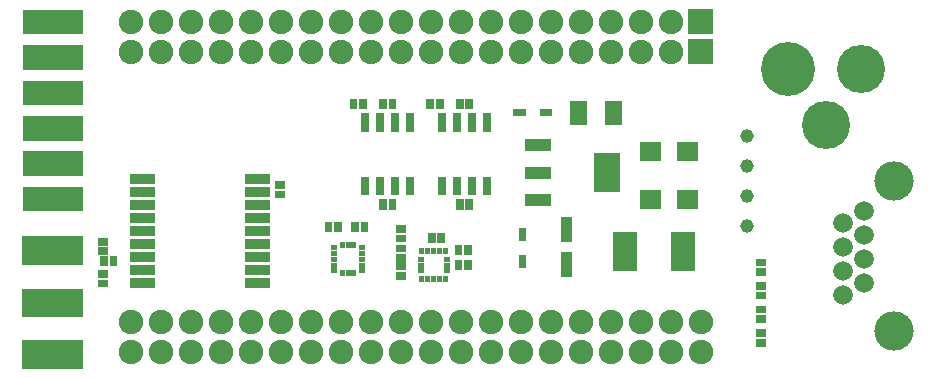
<source format=gbr>
G04 start of page 11 for group -4063 idx -4063 *
G04 Title: (unknown), componentmask *
G04 Creator: pcb 20140316 *
G04 CreationDate: jeu. 05 févr. 2015 15:41:37 GMT UTC *
G04 For: clement *
G04 Format: Gerber/RS-274X *
G04 PCB-Dimensions (mil): 3287.40 1358.27 *
G04 PCB-Coordinate-Origin: lower left *
%MOIN*%
%FSLAX25Y25*%
%LNTOPMASK*%
%ADD179R,0.0572X0.0572*%
%ADD178R,0.0404X0.0404*%
%ADD177R,0.0876X0.0876*%
%ADD176R,0.0628X0.0628*%
%ADD175R,0.0802X0.0802*%
%ADD174R,0.0932X0.0932*%
%ADD173R,0.0817X0.0817*%
%ADD172R,0.0981X0.0981*%
%ADD171R,0.0187X0.0187*%
%ADD170R,0.0345X0.0345*%
%ADD169R,0.0266X0.0266*%
%ADD168R,0.0227X0.0227*%
%ADD167R,0.0257X0.0257*%
%ADD166R,0.0168X0.0168*%
%ADD165C,0.1310*%
%ADD164C,0.0656*%
%ADD163C,0.0001*%
%ADD162C,0.0463*%
%ADD161C,0.1605*%
%ADD160C,0.1802*%
%ADD159C,0.0817*%
G54D159*X211575Y112205D03*
X201575D03*
X191575D03*
X181575D03*
X171575D03*
X161575D03*
X151575D03*
X141575D03*
X131575D03*
X121575D03*
X111575D03*
X101575D03*
X91575D03*
X81575D03*
X71575D03*
X61575D03*
X51575D03*
X231575Y122205D03*
X221575D03*
X211575D03*
X201575D03*
X191575D03*
X181575D03*
X171575D03*
X161575D03*
X151575D03*
X141575D03*
X131575D03*
X121575D03*
X111575D03*
X101575D03*
X91575D03*
X81575D03*
X71575D03*
X61575D03*
X51575D03*
G54D160*X270669Y106299D03*
G54D161*X283268Y87795D03*
X295079Y106299D03*
G54D162*X256890Y83898D03*
G54D163*G36*
X237488Y116292D02*Y108118D01*
X245662D01*
Y116292D01*
X237488D01*
G37*
G54D159*X231575Y112205D03*
X221575D03*
G54D163*G36*
X237488Y126292D02*Y118118D01*
X245662D01*
Y126292D01*
X237488D01*
G37*
G54D164*X296102Y59094D03*
X289094Y55079D03*
X296102Y51063D03*
X289094Y47047D03*
G54D165*X306102Y69094D03*
G54D164*X296102Y43031D03*
G54D162*X256890Y53898D03*
Y63898D03*
Y73898D03*
G54D164*X289094Y39016D03*
X296102Y35000D03*
G54D165*X306102Y19094D03*
G54D164*X289094Y30984D03*
G54D159*X51575Y22205D03*
X61575D03*
X51575Y12205D03*
X61575D03*
X101575Y22205D03*
X111575D03*
X121575D03*
X131575D03*
X141575D03*
X151575D03*
X161575D03*
X171575D03*
X181575D03*
X191575D03*
X201575D03*
X211575D03*
X221575D03*
X231575D03*
X241575D03*
X71575D03*
X81575D03*
X91575D03*
X71575Y12205D03*
X81575D03*
X91575D03*
X101575D03*
X111575D03*
X121575D03*
X131575D03*
X141575D03*
X151575D03*
X161575D03*
X171575D03*
X181575D03*
X191575D03*
X201575D03*
X211575D03*
X221575D03*
X231575D03*
X241575D03*
G54D166*X119193Y39075D02*X119587D01*
X128445D02*X128839D01*
X128445Y41043D02*X128839D01*
X119193Y46949D02*X119587D01*
X119193Y44980D02*X119587D01*
X119193Y43012D02*X119587D01*
X119193Y41043D02*X119587D01*
G54D167*X120668Y54232D02*Y53446D01*
G54D166*X128445Y44980D02*X128839D01*
G54D167*X129527Y54232D02*Y53446D01*
X126379Y54232D02*Y53446D01*
G54D166*X128445Y46949D02*X128839D01*
X125984Y47835D02*Y47441D01*
X124016Y47835D02*Y47441D01*
X122047Y47835D02*Y47441D01*
G54D168*X180118Y91772D02*X182087D01*
G54D167*X161280Y95078D02*Y94292D01*
X164428Y95078D02*Y94292D01*
G54D169*X170354Y90354D02*Y86811D01*
X165354Y90354D02*Y86811D01*
X160354Y90354D02*Y86811D01*
X155354Y90354D02*Y86811D01*
G54D167*X154586Y95078D02*Y94292D01*
X151438Y95078D02*Y94292D01*
G54D169*X144764Y90354D02*Y86811D01*
X155354Y69094D02*Y65551D01*
X160354Y69094D02*Y65551D01*
X165354Y69094D02*Y65551D01*
X170354Y69094D02*Y65551D01*
G54D167*X161280Y61613D02*Y60827D01*
X164428Y61613D02*Y60827D01*
G54D169*X144764Y69094D02*Y65551D01*
G54D167*X160828Y46358D02*Y45572D01*
X163976Y46358D02*Y45572D01*
X160828Y41436D02*Y40650D01*
X163976Y41436D02*Y40650D01*
G54D166*X156496Y45866D02*Y45472D01*
X154528Y45866D02*Y45472D01*
X152559Y45866D02*Y45472D01*
X148622Y36614D02*Y36220D01*
X150591Y36614D02*Y36220D01*
X152559Y36614D02*Y36220D01*
X154528Y36614D02*Y36220D01*
X156496Y36614D02*Y36220D01*
X156693Y39075D02*X157087D01*
X156693Y41043D02*X157087D01*
X156693Y43012D02*X157087D01*
X150591Y45866D02*Y45472D01*
G54D167*X151969Y50295D02*Y49509D01*
X155117Y50295D02*Y49509D01*
G54D166*X148622Y45866D02*Y45472D01*
X148031Y43012D02*X148425D01*
X148031Y41043D02*X148425D01*
X148031Y39075D02*X148425D01*
G54D167*X141339Y49902D02*X142125D01*
X141339Y53050D02*X142125D01*
X141339Y43406D02*X142125D01*
X141339Y46554D02*X142125D01*
X141339Y40649D02*X142125D01*
X141339Y37501D02*X142125D01*
G54D166*X128445Y43012D02*X128839D01*
G54D169*X129764Y69094D02*Y65551D01*
G54D167*X135690Y95078D02*Y94292D01*
X138838Y95078D02*Y94292D01*
X128995Y95078D02*Y94292D01*
X125847Y95078D02*Y94292D01*
X138838Y61613D02*Y60827D01*
X135690Y61613D02*Y60827D01*
G54D169*X134764Y69094D02*Y65551D01*
X139764Y69094D02*Y65551D01*
Y90354D02*Y86811D01*
X134764Y90354D02*Y86811D01*
X129764Y90354D02*Y86811D01*
G54D166*X122047Y38583D02*Y38189D01*
X124016Y38583D02*Y38189D01*
X125984Y38583D02*Y38189D01*
G54D167*X117520Y54232D02*Y53446D01*
G54D170*X91417Y35000D02*X96142D01*
X91417Y39331D02*X96142D01*
X91417Y43661D02*X96142D01*
G54D171*X91417Y35000D02*X96142D01*
X91417Y39331D02*X96142D01*
X91417Y43661D02*X96142D01*
G54D170*X91417Y47992D02*X96142D01*
G54D171*X91417D02*X96142D01*
G54D170*X91417Y52323D02*X96142D01*
G54D171*X91417D02*X96142D01*
G54D172*X20344Y45797D02*X30837D01*
X20344D02*X30837D01*
G54D173*X19685Y62992D02*X31496D01*
G54D174*X20098Y28543D02*X31083D01*
G54D172*X20344Y11289D02*X30837D01*
X20344D02*X30837D01*
G54D173*X19685Y74803D02*X31496D01*
X19685Y86614D02*X31496D01*
X19685Y98425D02*X31496D01*
X19685Y110236D02*X31496D01*
X19685Y122047D02*X31496D01*
G54D167*X41930Y45670D02*X42716D01*
X41930Y48818D02*X42716D01*
X42717Y42716D02*Y41930D01*
X45865Y42716D02*Y41930D01*
X41930Y34843D02*X42716D01*
X41930Y37991D02*X42716D01*
G54D170*X53228Y69646D02*X57953D01*
G54D171*X53228D02*X57953D01*
G54D170*X53228Y65315D02*X57953D01*
G54D171*X53228D02*X57953D01*
G54D170*X53228Y60984D02*X57953D01*
G54D171*X53228D02*X57953D01*
G54D170*X53228Y43661D02*X57953D01*
X53228Y39331D02*X57953D01*
X53228Y35000D02*X57953D01*
G54D171*X53228Y43661D02*X57953D01*
X53228Y39331D02*X57953D01*
X53228Y35000D02*X57953D01*
G54D170*X53228Y56654D02*X57953D01*
X53228Y52323D02*X57953D01*
X53228Y47992D02*X57953D01*
G54D171*X53228Y56654D02*X57953D01*
X53228Y52323D02*X57953D01*
X53228Y47992D02*X57953D01*
G54D170*X91417Y56654D02*X96142D01*
X91417Y60984D02*X96142D01*
G54D171*X91417Y56654D02*X96142D01*
X91417Y60984D02*X96142D01*
G54D170*X91417Y65315D02*X96142D01*
X91417Y69646D02*X96142D01*
G54D171*X91417Y65315D02*X96142D01*
X91417Y69646D02*X96142D01*
G54D167*X100985Y64566D02*X101771D01*
X100985Y67714D02*X101771D01*
G54D168*X182087Y52165D02*Y50197D01*
Y43307D02*Y41339D01*
G54D175*X235630Y47874D02*Y43150D01*
X216339Y47874D02*Y43150D01*
G54D170*X196850Y43504D02*Y38780D01*
Y55315D02*Y50591D01*
G54D176*X224488Y78976D02*X225118D01*
X236890Y62992D02*X237520D01*
X236890Y78976D02*X237520D01*
G54D177*X210236Y74016D02*Y69685D01*
G54D178*X185039Y80906D02*X189764D01*
X185039Y71850D02*X189764D01*
X185039Y62795D02*X189764D01*
G54D179*X200788Y92953D02*Y90591D01*
X212598Y92953D02*Y90591D01*
G54D168*X188976Y91772D02*X190945D01*
G54D176*X224488Y62992D02*X225118D01*
G54D167*X261418Y38780D02*X262204D01*
X261418Y34054D02*X262204D01*
X261418Y30906D02*X262204D01*
X261418Y41928D02*X262204D01*
X261418Y23032D02*X262204D01*
X261418Y26180D02*X262204D01*
X261418Y18306D02*X262204D01*
X261418Y15158D02*X262204D01*
M02*

</source>
